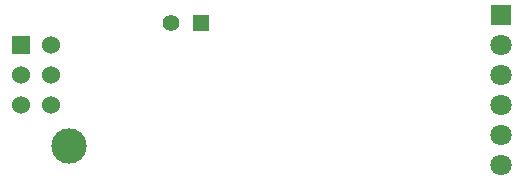
<source format=gbs>
G04 (created by PCBNEW (2013-07-07 BZR 4022)-stable) date 28/01/2014 11:02:56*
%MOIN*%
G04 Gerber Fmt 3.4, Leading zero omitted, Abs format*
%FSLAX34Y34*%
G01*
G70*
G90*
G04 APERTURE LIST*
%ADD10C,0.00590551*%
%ADD11R,0.055X0.055*%
%ADD12C,0.055*%
%ADD13R,0.06X0.06*%
%ADD14C,0.06*%
%ADD15R,0.0708661X0.0708661*%
%ADD16C,0.0708661*%
%ADD17C,0.11811*%
G04 APERTURE END LIST*
G54D10*
G54D11*
X76000Y-60250D03*
G54D12*
X75000Y-60250D03*
G54D13*
X70000Y-61000D03*
G54D14*
X71000Y-61000D03*
X70000Y-62000D03*
X71000Y-62000D03*
X70000Y-63000D03*
X71000Y-63000D03*
G54D15*
X86000Y-60000D03*
G54D16*
X86000Y-61000D03*
X86000Y-62000D03*
X86000Y-63000D03*
X86000Y-64000D03*
X86000Y-65000D03*
G54D17*
X71600Y-64350D03*
M02*

</source>
